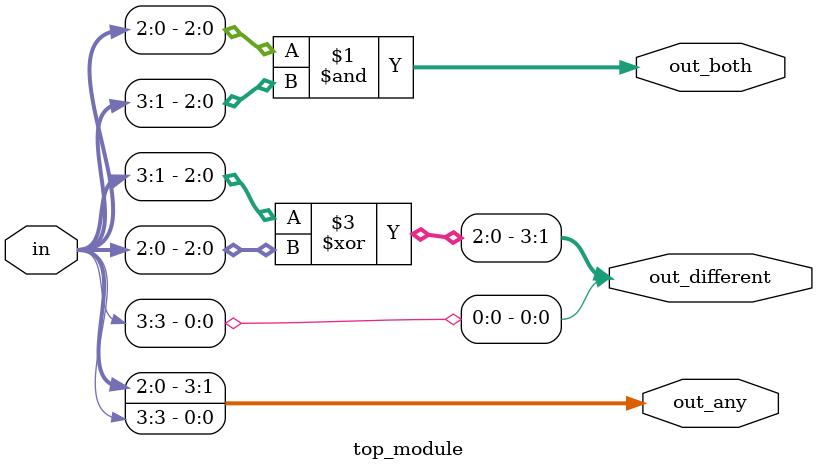
<source format=sv>
module top_module (
    input [3:0] in,
    output [2:0] out_both,
    output [3:0] out_any,
    output [3:0] out_different
);

    assign out_both = in[2:0] & in[3:1];
    assign out_any = {in[2:0], in[3]};
    
    always @(*) begin
        out_different[3:1] <= in[3:1] ^ in[2:0];
        out_different[0] <= in[3];
    end

endmodule

</source>
